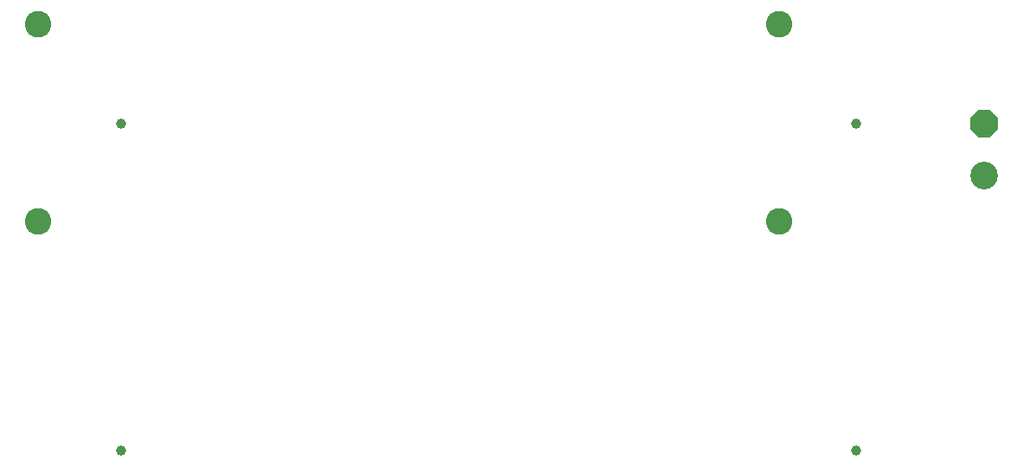
<source format=gbl>
G04*
G04 #@! TF.GenerationSoftware,Altium Limited,Altium Designer,20.0.11 (256)*
G04*
G04 Layer_Physical_Order=2*
G04 Layer_Color=16711680*
%FSLAX25Y25*%
%MOIN*%
G70*
G01*
G75*
%ADD19C,0.10236*%
%ADD20P,0.11506X8X292.5*%
%ADD21C,0.10630*%
%ADD22C,0.03937*%
D19*
X13261Y127736D02*
D03*
Y203720D02*
D03*
X299088Y127736D02*
D03*
Y203720D02*
D03*
D20*
X377953Y165354D02*
D03*
D21*
Y145354D02*
D03*
D22*
X328740Y165354D02*
D03*
X45276D02*
D03*
X328740Y39370D02*
D03*
X45276D02*
D03*
M02*

</source>
